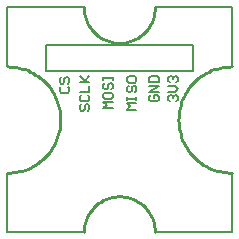
<source format=gto>
G04*
G04 #@! TF.GenerationSoftware,Altium Limited,Altium Designer,21.6.4 (81)*
G04*
G04 Layer_Color=65535*
%FSLAX25Y25*%
%MOIN*%
G70*
G04*
G04 #@! TF.SameCoordinates,C5927BB7-CAF9-4977-82FB-EE17E07953DF*
G04*
G04*
G04 #@! TF.FilePolarity,Positive*
G04*
G01*
G75*
%ADD10C,0.00787*%
%ADD11C,0.00602*%
%ADD12C,0.01000*%
D10*
X-24409Y16240D02*
Y24705D01*
Y16240D02*
X24409D01*
Y24705D01*
X-24409D02*
X24409D01*
X-37402Y37402D02*
X-11817D01*
X11818Y37402D02*
X37402D01*
Y17721D02*
Y37402D01*
Y-37401D02*
Y-17721D01*
X11818Y-37401D02*
X37402D01*
X-11817Y-37402D02*
Y-37401D01*
X-37402Y-37402D02*
X-11817D01*
X-37402D02*
Y-17721D01*
Y17721D02*
Y37402D01*
D11*
X16852Y6114D02*
X16328Y6639D01*
Y7688D01*
X16852Y8213D01*
X17377D01*
X17902Y7688D01*
Y7164D01*
Y7688D01*
X18427Y8213D01*
X18952D01*
X19476Y7688D01*
Y6639D01*
X18952Y6114D01*
X16328Y9263D02*
X18427D01*
X19476Y10312D01*
X18427Y11362D01*
X16328D01*
X16852Y12411D02*
X16328Y12936D01*
Y13986D01*
X16852Y14510D01*
X17377D01*
X17902Y13986D01*
Y13461D01*
Y13986D01*
X18427Y14510D01*
X18952D01*
X19476Y13986D01*
Y12936D01*
X18952Y12411D01*
X-19368Y10969D02*
X-19893Y10444D01*
Y9395D01*
X-19368Y8870D01*
X-17269D01*
X-16744Y9395D01*
Y10444D01*
X-17269Y10969D01*
X-19368Y14118D02*
X-19893Y13593D01*
Y12543D01*
X-19368Y12019D01*
X-18843D01*
X-18318Y12543D01*
Y13593D01*
X-17794Y14118D01*
X-17269D01*
X-16744Y13593D01*
Y12543D01*
X-17269Y12019D01*
X-12675Y5064D02*
X-13200Y4539D01*
Y3489D01*
X-12675Y2965D01*
X-12150D01*
X-11626Y3489D01*
Y4539D01*
X-11101Y5064D01*
X-10576D01*
X-10051Y4539D01*
Y3489D01*
X-10576Y2965D01*
X-12675Y8212D02*
X-13200Y7687D01*
Y6638D01*
X-12675Y6113D01*
X-10576D01*
X-10051Y6638D01*
Y7687D01*
X-10576Y8212D01*
X-13200Y9262D02*
X-10051D01*
Y11361D01*
X-13200Y12410D02*
X-10051D01*
X-11101D01*
X-13200Y14509D01*
X-11626Y12935D01*
X-10051Y14509D01*
X-2177Y3752D02*
X-5326D01*
X-4276Y4801D01*
X-5326Y5851D01*
X-2177D01*
X-5326Y8475D02*
Y7425D01*
X-4801Y6901D01*
X-2702D01*
X-2177Y7425D01*
Y8475D01*
X-2702Y9000D01*
X-4801D01*
X-5326Y8475D01*
X-4801Y12148D02*
X-5326Y11624D01*
Y10574D01*
X-4801Y10049D01*
X-4276D01*
X-3751Y10574D01*
Y11624D01*
X-3227Y12148D01*
X-2702D01*
X-2177Y11624D01*
Y10574D01*
X-2702Y10049D01*
X-5326Y13198D02*
Y14247D01*
Y13723D01*
X-2177D01*
Y13198D01*
Y14247D01*
X5697Y3358D02*
X2548D01*
X3598Y4408D01*
X2548Y5457D01*
X5697D01*
X2548Y6507D02*
Y7556D01*
Y7032D01*
X5697D01*
Y6507D01*
Y7556D01*
X3073Y11230D02*
X2548Y10705D01*
Y9656D01*
X3073Y9131D01*
X3598D01*
X4123Y9656D01*
Y10705D01*
X4647Y11230D01*
X5172D01*
X5697Y10705D01*
Y9656D01*
X5172Y9131D01*
X2548Y13854D02*
Y12804D01*
X3073Y12279D01*
X5172D01*
X5697Y12804D01*
Y13854D01*
X5172Y14378D01*
X3073D01*
X2548Y13854D01*
X10553Y8213D02*
X10029Y7688D01*
Y6639D01*
X10553Y6114D01*
X12652D01*
X13177Y6639D01*
Y7688D01*
X12652Y8213D01*
X11603D01*
Y7164D01*
X13177Y9263D02*
X10029D01*
X13177Y11362D01*
X10029D01*
Y12411D02*
X13177D01*
Y13986D01*
X12652Y14510D01*
X10553D01*
X10029Y13986D01*
Y12411D01*
D12*
X11818Y-37401D02*
X11775Y-36399D01*
X11648Y-35404D01*
X11436Y-34424D01*
X11143Y-33465D01*
X10769Y-32534D01*
X10317Y-31638D01*
X9791Y-30784D01*
X9195Y-29977D01*
X8532Y-29224D01*
X7808Y-28530D01*
X7027Y-27900D01*
X6196Y-27338D01*
X5320Y-26849D01*
X4406Y-26436D01*
X3461Y-26102D01*
X2490Y-25849D01*
X1501Y-25680D01*
X502Y-25594D01*
X-501D01*
X-1501Y-25680D01*
X-2490Y-25849D01*
X-3460Y-26102D01*
X-4406Y-26436D01*
X-5320Y-26849D01*
X-6196Y-27338D01*
X-7027Y-27900D01*
X-7807Y-28530D01*
X-8532Y-29224D01*
X-9194Y-29977D01*
X-9791Y-30784D01*
X-10317Y-31638D01*
X-10768Y-32534D01*
X-11142Y-33465D01*
X-11436Y-34424D01*
X-11647Y-35404D01*
X-11775Y-36399D01*
X-11817Y-37401D01*
Y37402D02*
X-11775Y36399D01*
X-11647Y35404D01*
X-11436Y34424D01*
X-11142Y33465D01*
X-10768Y32534D01*
X-10317Y31638D01*
X-9791Y30784D01*
X-9194Y29978D01*
X-8532Y29225D01*
X-7807Y28530D01*
X-7027Y27900D01*
X-6196Y27339D01*
X-5320Y26849D01*
X-4406Y26436D01*
X-3460Y26102D01*
X-2490Y25849D01*
X-1501Y25680D01*
X-501Y25595D01*
X502D01*
X1501Y25680D01*
X2490Y25849D01*
X3461Y26102D01*
X4406Y26436D01*
X5320Y26849D01*
X6196Y27339D01*
X7027Y27900D01*
X7808Y28530D01*
X8532Y29225D01*
X9195Y29978D01*
X9791Y30784D01*
X10317Y31638D01*
X10769Y32534D01*
X11143Y33465D01*
X11436Y34424D01*
X11648Y35404D01*
X11775Y36399D01*
X11818Y37402D01*
X37402Y17721D02*
X36408Y17693D01*
X35418Y17609D01*
X34433Y17470D01*
X33458Y17277D01*
X32496Y17028D01*
X31549Y16726D01*
X30620Y16372D01*
X29713Y15966D01*
X28830Y15510D01*
X27973Y15005D01*
X27147Y14453D01*
X26353Y13855D01*
X25593Y13214D01*
X24871Y12531D01*
X24188Y11808D01*
X23547Y11049D01*
X22949Y10255D01*
X22397Y9428D01*
X21892Y8572D01*
X21436Y7689D01*
X21030Y6781D01*
X20675Y5853D01*
X20373Y4906D01*
X20125Y3943D01*
X19931Y2968D01*
X19792Y1984D01*
X19708Y994D01*
X19681Y0D01*
X19708Y-994D01*
X19792Y-1984D01*
X19931Y-2968D01*
X20125Y-3943D01*
X20373Y-4906D01*
X20675Y-5853D01*
X21030Y-6781D01*
X21436Y-7689D01*
X21892Y-8572D01*
X22397Y-9428D01*
X22949Y-10255D01*
X23547Y-11049D01*
X24188Y-11808D01*
X24871Y-12530D01*
X25593Y-13213D01*
X26353Y-13855D01*
X27147Y-14452D01*
X27973Y-15005D01*
X28830Y-15510D01*
X29713Y-15966D01*
X30620Y-16372D01*
X31549Y-16726D01*
X32496Y-17028D01*
X33458Y-17277D01*
X34433Y-17470D01*
X35417Y-17609D01*
X36408Y-17693D01*
X37402Y-17721D01*
X-37402D02*
X-36408Y-17693D01*
X-35418Y-17609D01*
X-34433Y-17470D01*
X-33458Y-17277D01*
X-32496Y-17028D01*
X-31549Y-16726D01*
X-30620Y-16372D01*
X-29713Y-15966D01*
X-28830Y-15510D01*
X-27973Y-15005D01*
X-27147Y-14453D01*
X-26353Y-13855D01*
X-25593Y-13213D01*
X-24871Y-12530D01*
X-24188Y-11808D01*
X-23547Y-11049D01*
X-22949Y-10255D01*
X-22397Y-9428D01*
X-21892Y-8572D01*
X-21436Y-7689D01*
X-21030Y-6781D01*
X-20675Y-5853D01*
X-20373Y-4906D01*
X-20125Y-3943D01*
X-19931Y-2968D01*
X-19792Y-1984D01*
X-19708Y-993D01*
X-19681Y0D01*
X-19708Y994D01*
X-19792Y1984D01*
X-19931Y2968D01*
X-20125Y3943D01*
X-20373Y4906D01*
X-20675Y5853D01*
X-21030Y6782D01*
X-21436Y7689D01*
X-21892Y8572D01*
X-22397Y9428D01*
X-22949Y10255D01*
X-23547Y11049D01*
X-24188Y11808D01*
X-24871Y12531D01*
X-25593Y13214D01*
X-26353Y13855D01*
X-27147Y14453D01*
X-27974Y15005D01*
X-28830Y15510D01*
X-29713Y15966D01*
X-30620Y16372D01*
X-31549Y16726D01*
X-32496Y17028D01*
X-33458Y17277D01*
X-34433Y17471D01*
X-35418Y17609D01*
X-36408Y17693D01*
X-37402Y17721D01*
M02*

</source>
